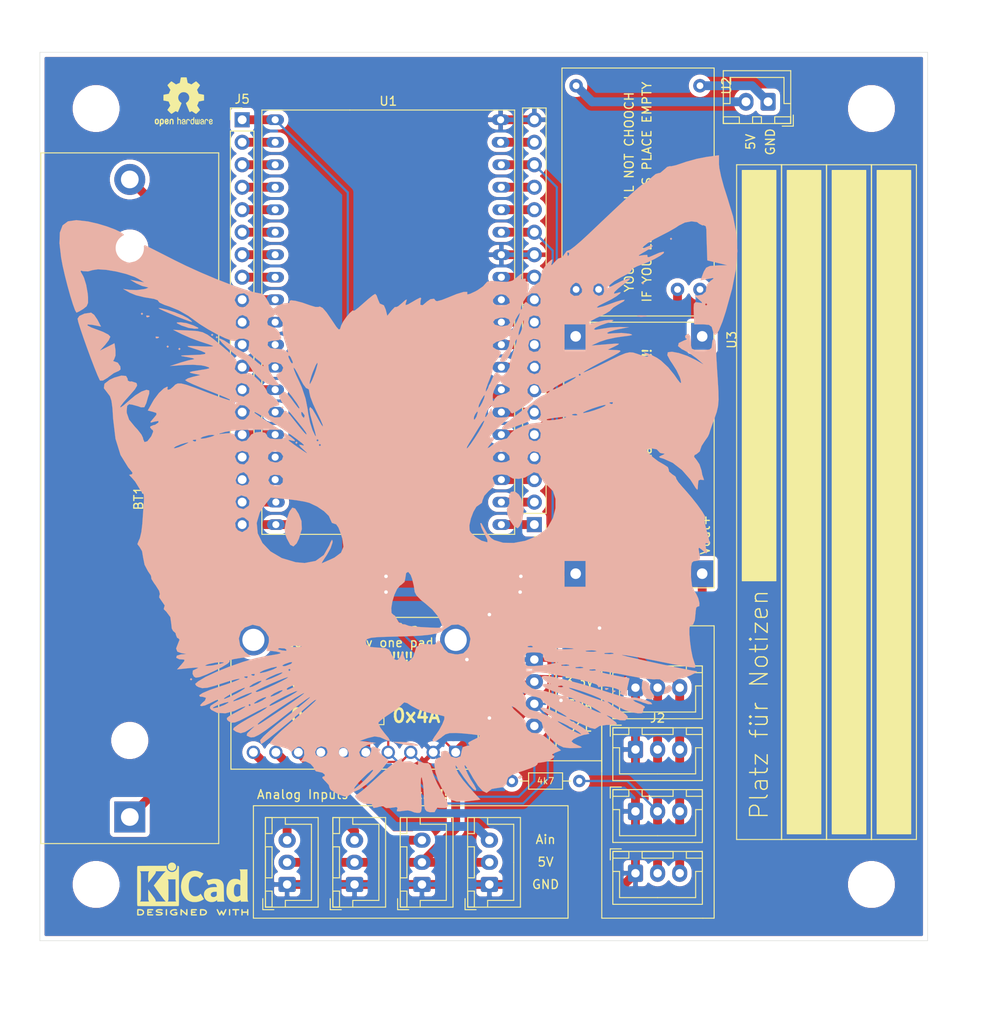
<source format=kicad_pcb>
(kicad_pcb (version 20171130) (host pcbnew "(5.1.8)-1")
  (layers (0 F.Cu signal) (31 B.Cu signal) (34 B.Paste user) (35 F.Paste user) (36 B.SilkS user) (37 F.SilkS user) (38 B.Mask user) (39 F.Mask user) (44 Edge.Cuts user))
  (net 0 "")
  (net 1 "Net-(A1-Pad6)")
  (net 2 "Net-(J1-Pad1)")
  (net 3 "Net-(J1-Pad2)")
  (net 4 "Net-(U2-Pad3)")
  (net 5 "Net-(U2-Pad4)")
  (net 6 "Net-(BT1-Pad2)")
  (net 7 "Net-(BT1-Pad1)")
  (net 8 GND)
  (net 9 /1wireData)
  (net 10 +3V3)
  (net 11 /I2C1scl)
  (net 12 /I2C1sda)
  (net 13 "Net-(J5-Pad2)")
  (net 14 "Net-(J5-Pad3)")
  (net 15 "Net-(J5-Pad4)")
  (net 16 "Net-(J5-Pad5)")
  (net 17 "Net-(J5-Pad6)")
  (net 18 "Net-(J5-Pad7)")
  (net 19 "Net-(J5-Pad8)")
  (net 20 "Net-(J5-Pad9)")
  (net 21 "Net-(J5-Pad10)")
  (net 22 "Net-(J5-Pad11)")
  (net 23 "Net-(J5-Pad12)")
  (net 24 "Net-(J5-Pad13)")
  (net 25 "Net-(J5-Pad14)")
  (net 26 "Net-(J5-Pad15)")
  (net 27 "Net-(J5-Pad16)")
  (net 28 "Net-(J5-Pad17)")
  (net 29 "Net-(J5-Pad18)")
  (net 30 "Net-(J6-Pad1)")
  (net 31 "Net-(J6-Pad2)")
  (net 32 "Net-(J6-Pad3)")
  (net 33 "Net-(J6-Pad4)")
  (net 34 "Net-(J6-Pad5)")
  (net 35 "Net-(J6-Pad6)")
  (net 36 "Net-(J6-Pad10)")
  (net 37 "Net-(J6-Pad11)")
  (net 38 "Net-(J6-Pad12)")
  (net 39 "Net-(J6-Pad15)")
  (net 40 "Net-(J6-Pad16)")
  (net 41 "Net-(J6-Pad18)")
  (net 42 +5V)
  (net 43 /A0)
  (net 44 /A1)
  (net 45 /A2)
  (net 46 /A3)
  (net 47 /ADDR)
  (net 48 "Net-(J6-Pad8)")
  (net 49 "Net-(J6-Pad9)")
  (module Garten:Tarbal_silk2 (layer B.Cu) (at 75.692 100.838 180)
    (fp_text reference G*** hide)
    (fp_text value LOGO hide)
  )
  (module Garten:Tarbal_solder (layer B.Cu) (at 75.946 101.092 180)
    (fp_text reference G*** hide)
    (fp_text value LOGO hide)
  )
  (module MountingHole:MountingHole_4.3mm_M4_DIN965 (layer F.Cu) (at 31.75 144.78)
    (fp_text reference REF** hide)
    (fp_text value MountingHole_4.3mm_M4_DIN965 hide)
    (pad 1 np_thru_hole circle (at 0 0) (size 4.3 4.3) (drill 4.3) (layers *.Cu *.Mask))
  )
  (module MountingHole:MountingHole_4.3mm_M4_DIN965 (layer F.Cu) (at 119.38 144.78)
    (fp_text reference REF** hide)
    (fp_text value MountingHole_4.3mm_M4_DIN965 hide)
    (pad 1 np_thru_hole circle (at 0 0) (size 4.3 4.3) (drill 4.3) (layers *.Cu *.Mask))
  )
  (module MountingHole:MountingHole_4.3mm_M4_DIN965 (layer F.Cu) (at 119.38 57.15)
    (fp_text reference REF** hide)
    (fp_text value MountingHole_4.3mm_M4_DIN965 hide)
    (pad 1 np_thru_hole circle (at 0 0) (size 4.3 4.3) (drill 4.3) (layers *.Cu *.Mask))
  )
  (module MountingHole:MountingHole_4.3mm_M4_DIN965 (layer F.Cu) (at 31.75 57.15)
    (fp_text reference REF** hide)
    (fp_text value MountingHole_4.3mm_M4_DIN965 hide)
    (pad 1 np_thru_hole circle (at 0 0) (size 4.3 4.3) (drill 4.3) (layers *.Cu *.Mask))
  )
  (module Symbol:KiCad-Logo2_5mm_SilkScreen (layer F.Cu) (at 42.672 145.288)
    (fp_text reference REF** hide)
    (fp_text value KiCad-Logo2_5mm_SilkScreen hide)
  )
  (module Symbol:OSHW-Logo2_7.3x6mm_SilkScreen (layer F.Cu) (at 41.656 56.388)
    (fp_text reference REF** hide)
    (fp_text value OSHW-Logo2_7.3x6mm_SilkScreen hide)
  )
  (module TS-Lib:MT3608 (layer F.Cu) (at 101.6 81.28 270)
    (fp_text reference U3 (at 2 -2 90) (layer F.SilkS))
    (fp_text value mt3608)
    (fp_text user Vout+ (at 24 1 90) (layer F.SilkS))
    (fp_text user Vin+ (at 5 1 90) (layer F.SilkS))
    (pad 4 thru_hole rect (at 28.4 1.35 270) (size 3 2.5) (drill 1.2) (layers *.Cu *.Mask) (net 42 +5V))
    (pad 3 thru_hole rect (at 28.4 15.65 270) (size 3 2.5) (drill 1.2) (layers *.Cu *.Mask) (net 8 GND))
    (pad 2 thru_hole rect (at 1.6 15.65 270) (size 3 2.5) (drill 1.2) (layers *.Cu *.Mask) (net 5 "Net-(U2-Pad4)"))
    (pad 1 thru_hole rect (at 1.6 1.35 270) (size 3 2.5) (drill 1.2) (layers *.Cu *.Mask) (net 4 "Net-(U2-Pad3)"))
  )
  (module TS-Lib:DIP-36_906_ELL (layer F.Cu) (at 64.77 80.01 270)
    (fp_text reference U1 (at -23.69 0) (layer F.SilkS))
    (fp_text value ESP32-NodeMCU)
    (pad 36 thru_hole oval (at -16.51 -12.7826 270) (size 1.2 2) (drill 0.8) (layers *.Cu *.Mask) (net 11 /I2C1scl))
    (pad 1 thru_hole oval (at -21.59 12.7826 270) (size 1.2 2) (drill 0.8) (layers *.Cu *.Mask) (net 10 +3V3))
    (pad 35 thru_hole oval (at -13.97 -12.7826 270) (size 1.2 2) (drill 0.8) (layers *.Cu *.Mask) (net 40 "Net-(J6-Pad16)"))
    (pad 2 thru_hole oval (at -19.05 12.7826 270) (size 1.2 2) (drill 0.8) (layers *.Cu *.Mask) (net 13 "Net-(J5-Pad2)"))
    (pad 34 thru_hole oval (at -11.43 -12.7826 270) (size 1.2 2) (drill 0.8) (layers *.Cu *.Mask) (net 39 "Net-(J6-Pad15)"))
    (pad 3 thru_hole oval (at -16.51 12.7826 270) (size 1.2 2) (drill 0.8) (layers *.Cu *.Mask) (net 14 "Net-(J5-Pad3)"))
    (pad 33 thru_hole oval (at -8.89 -12.7826 270) (size 1.2 2) (drill 0.8) (layers *.Cu *.Mask) (net 12 /I2C1sda))
    (pad 4 thru_hole oval (at -13.97 12.7826 270) (size 1.2 2) (drill 0.8) (layers *.Cu *.Mask) (net 15 "Net-(J5-Pad4)"))
    (pad 32 thru_hole oval (at -6.35 -12.7826 270) (size 1.2 2) (drill 0.8) (layers *.Cu *.Mask) (net 8 GND))
    (pad 5 thru_hole oval (at -11.43 12.7826 270) (size 1.2 2) (drill 0.8) (layers *.Cu *.Mask) (net 16 "Net-(J5-Pad5)"))
    (pad 31 thru_hole oval (at -3.81 -12.7826 270) (size 1.2 2) (drill 0.8) (layers *.Cu *.Mask) (net 38 "Net-(J6-Pad12)"))
    (pad 6 thru_hole oval (at -8.89 12.7826 270) (size 1.2 2) (drill 0.8) (layers *.Cu *.Mask) (net 17 "Net-(J5-Pad6)"))
    (pad 30 thru_hole oval (at -1.27 -12.7826 270) (size 1.2 2) (drill 0.8) (layers *.Cu *.Mask) (net 37 "Net-(J6-Pad11)"))
    (pad 7 thru_hole oval (at -6.35 12.7826 270) (size 1.2 2) (drill 0.8) (layers *.Cu *.Mask) (net 18 "Net-(J5-Pad7)"))
    (pad 29 thru_hole oval (at 1.27 -12.7826 270) (size 1.2 2) (drill 0.8) (layers *.Cu *.Mask) (net 36 "Net-(J6-Pad10)"))
    (pad 8 thru_hole oval (at -3.81 12.7826 270) (size 1.2 2) (drill 0.8) (layers *.Cu *.Mask) (net 19 "Net-(J5-Pad8)"))
    (pad 28 thru_hole oval (at 3.81 -12.7826 270) (size 1.2 2) (drill 0.8) (layers *.Cu *.Mask) (net 49 "Net-(J6-Pad9)"))
    (pad 9 thru_hole oval (at -1.27 12.7826 270) (size 1.2 2) (drill 0.8) (layers *.Cu *.Mask) (net 20 "Net-(J5-Pad9)"))
    (pad 27 thru_hole oval (at 6.35 -12.7826 270) (size 1.2 2) (drill 0.8) (layers *.Cu *.Mask) (net 48 "Net-(J6-Pad8)"))
    (pad 10 thru_hole oval (at 1.27 12.7826 270) (size 1.2 2) (drill 0.8) (layers *.Cu *.Mask) (net 21 "Net-(J5-Pad10)"))
    (pad 26 thru_hole oval (at 8.89 -12.7826 270) (size 1.2 2) (drill 0.8) (layers *.Cu *.Mask) (net 9 /1wireData))
    (pad 11 thru_hole oval (at 3.81 12.7826 270) (size 1.2 2) (drill 0.8) (layers *.Cu *.Mask) (net 22 "Net-(J5-Pad11)"))
    (pad 25 thru_hole oval (at 11.43 -12.7826 270) (size 1.2 2) (drill 0.8) (layers *.Cu *.Mask) (net 35 "Net-(J6-Pad6)"))
    (pad 12 thru_hole oval (at 6.35 12.7826 270) (size 1.2 2) (drill 0.8) (layers *.Cu *.Mask) (net 23 "Net-(J5-Pad12)"))
    (pad 24 thru_hole oval (at 13.97 -12.7826 270) (size 1.2 2) (drill 0.8) (layers *.Cu *.Mask) (net 34 "Net-(J6-Pad5)"))
    (pad 13 thru_hole oval (at 8.89 12.7826 270) (size 1.2 2) (drill 0.8) (layers *.Cu *.Mask) (net 24 "Net-(J5-Pad13)"))
    (pad 23 thru_hole oval (at 16.51 -12.7826 270) (size 1.2 2) (drill 0.8) (layers *.Cu *.Mask) (net 33 "Net-(J6-Pad4)"))
    (pad 14 thru_hole oval (at 11.43 12.7826 270) (size 1.2 2) (drill 0.8) (layers *.Cu *.Mask) (net 25 "Net-(J5-Pad14)"))
    (pad 22 thru_hole oval (at 19.05 -12.7826 270) (size 1.2 2) (drill 0.8) (layers *.Cu *.Mask) (net 32 "Net-(J6-Pad3)"))
    (pad 15 thru_hole oval (at 13.97 12.7826 270) (size 1.2 2) (drill 0.8) (layers *.Cu *.Mask) (net 26 "Net-(J5-Pad15)"))
    (pad 21 thru_hole oval (at 21.59 -12.7826 270) (size 1.2 2) (drill 0.8) (layers *.Cu *.Mask) (net 31 "Net-(J6-Pad2)"))
    (pad 16 thru_hole oval (at 16.51 12.7826 270) (size 1.2 2) (drill 0.8) (layers *.Cu *.Mask) (net 27 "Net-(J5-Pad16)"))
    (pad 20 thru_hole oval (at 24.13 -12.7826 270) (size 1.2 2) (drill 0.8) (layers *.Cu *.Mask) (net 30 "Net-(J6-Pad1)"))
    (pad 17 thru_hole oval (at 19.05 12.7826 270) (size 1.2 2) (drill 0.8) (layers *.Cu *.Mask) (net 28 "Net-(J5-Pad17)"))
    (pad 37 thru_hole oval (at -19.05 -12.7 270) (size 1.2 2) (drill 0.8) (layers *.Cu *.Mask) (net 41 "Net-(J6-Pad18)"))
    (pad 18 thru_hole oval (at 21.59 12.7 270) (size 1.2 2) (drill 0.8) (layers *.Cu *.Mask) (net 29 "Net-(J5-Pad18)"))
    (pad 19 thru_hole oval (at 24.13 12.7 270) (size 1.2 2) (drill 0.8) (layers *.Cu *.Mask) (net 42 +5V))
    (pad 38 thru_hole oval (at -21.59 -12.7 270) (size 1.2 2) (drill 0.8) (layers *.Cu *.Mask) (net 8 GND))
  )
  (module ADS1115:MODULE_1085 (layer F.Cu) (at 60.96 123.19)
    (fp_text reference A1 (at -10.795 -9.6895) (layer F.SilkS) (effects (font (thickness 0.015))))
    (fp_text value ADS1115_ADC_Module)
    (pad 1 thru_hole rect (at 11.43 6.6675) (size 1.508 1.508) (drill 1) (layers *.Cu *.Mask) (net 42 +5V))
    (pad 2 thru_hole circle (at 8.89 6.6675) (size 1.508 1.508) (drill 1) (layers *.Cu *.Mask) (net 8 GND))
    (pad 3 thru_hole circle (at 6.35 6.6675) (size 1.508 1.508) (drill 1) (layers *.Cu *.Mask) (net 11 /I2C1scl))
    (pad 4 thru_hole circle (at 3.81 6.6675) (size 1.508 1.508) (drill 1) (layers *.Cu *.Mask) (net 12 /I2C1sda))
    (pad 5 thru_hole circle (at 1.27 6.6675) (size 1.508 1.508) (drill 1) (layers *.Cu *.Mask) (net 47 /ADDR))
    (pad 6 thru_hole circle (at -1.27 6.6675) (size 1.508 1.508) (drill 1) (layers *.Cu *.Mask) (net 1 "Net-(A1-Pad6)"))
    (pad 7 thru_hole circle (at -3.81 6.6675) (size 1.508 1.508) (drill 1) (layers *.Cu *.Mask) (net 43 /A0))
    (pad 8 thru_hole circle (at -6.35 6.6675) (size 1.508 1.508) (drill 1) (layers *.Cu *.Mask) (net 44 /A1))
    (pad 9 thru_hole circle (at -8.89 6.6675) (size 1.508 1.508) (drill 1) (layers *.Cu *.Mask) (net 45 /A2))
    (pad 10 thru_hole circle (at -11.43 6.6675) (size 1.508 1.508) (drill 1) (layers *.Cu *.Mask) (net 46 /A3))
    (pad P1 thru_hole circle (at -11.43 -6.0325) (size 3.516 3.516) (drill 2.5) (layers *.Cu *.Mask))
    (pad P2 thru_hole circle (at 11.43 -6.0325) (size 3.516 3.516) (drill 2.5) (layers *.Cu *.Mask))
  )
  (module Battery:BatteryHolder_MPD_BH-18650-PC2 (layer F.Cu) (at 35.56 137.16 90)
    (fp_text reference BT1 (at 36 1 90) (layer F.SilkS))
    (fp_text value BATTERY-18650)
    (pad 2 thru_hole circle (at 72 0 90) (size 3.5 3.5) (drill 2) (layers *.Cu *.Mask) (net 6 "Net-(BT1-Pad2)"))
    (pad 1 thru_hole rect (at 0 0 90) (size 3.5 3.5) (drill 2) (layers *.Cu *.Mask) (net 7 "Net-(BT1-Pad1)"))
    (pad "" np_thru_hole circle (at 8.645 0 90) (size 3.2 3.2) (drill 3.2) (layers *.Cu *.Mask))
    (pad "" np_thru_hole circle (at 64.255 0 90) (size 3.2 3.2) (drill 3.2) (layers *.Cu *.Mask))
  )
  (module TS-Lib:tp4056 (layer F.Cu) (at 101.6 52.578 270)
    (fp_text reference U2 (at 2 -1.4 90) (layer F.SilkS))
    (fp_text value TP4056)
    (fp_text user "IF YOU LEAVE THIS PLACE EMPTY" (at 14 7.6 90) (layer F.SilkS))
    (fp_text user "YOUR LIPO WILL NOT CHOOCH" (at 14 9.6 90) (layer F.SilkS))
    (pad 1 thru_hole circle (at 2 1.6 270) (size 1.524 1.524) (drill 0.762) (layers *.Cu *.Mask) (net 2 "Net-(J1-Pad1)"))
    (pad 2 thru_hole circle (at 2 15.6 270) (size 1.524 1.524) (drill 0.762) (layers *.Cu *.Mask) (net 3 "Net-(J1-Pad2)"))
    (pad 3 thru_hole circle (at 25 1.6 270) (size 1.524 1.524) (drill 0.762) (layers *.Cu *.Mask) (net 4 "Net-(U2-Pad3)"))
    (pad 4 thru_hole circle (at 25 15.6 270) (size 1.524 1.524) (drill 0.762) (layers *.Cu *.Mask) (net 5 "Net-(U2-Pad4)"))
    (pad 5 thru_hole circle (at 25 13.06 270) (size 1.524 1.524) (drill 0.762) (layers *.Cu *.Mask) (net 6 "Net-(BT1-Pad2)"))
    (pad 6 thru_hole circle (at 25 4.14 270) (size 1.524 1.524) (drill 0.762) (layers *.Cu *.Mask) (net 7 "Net-(BT1-Pad1)"))
  )
  (module Resistor_THT:R_Axial_DIN0204_L3.6mm_D1.6mm_P7.62mm_Horizontal (layer F.Cu) (at 86.36 133.096 180)
    (fp_text reference R1 hide)
    (fp_text value 4k7)
    (fp_text user 4k7 (at 3.81 0) (layer F.SilkS) (effects (font (size 0.72 0.72) (thickness 0.108))))
    (pad 1 thru_hole circle (at 0 0 180) (size 1.4 1.4) (drill 0.7) (layers *.Cu *.Mask) (net 9 /1wireData))
    (pad 2 thru_hole oval (at 7.62 0 180) (size 1.4 1.4) (drill 0.7) (layers *.Cu *.Mask) (net 10 +3V3))
  )
  (module Connector_PinHeader_2.54mm:PinHeader_1x19_P2.54mm_Vertical (layer F.Cu) (at 81.28 104.14 180)
    (fp_text reference J6 (at 0 -2.33) (layer F.SilkS))
    (fp_text value Conn_01x19)
    (pad 1 thru_hole rect (at 0 0 180) (size 1.7 1.7) (drill 1) (layers *.Cu *.Mask) (net 30 "Net-(J6-Pad1)"))
    (pad 2 thru_hole oval (at 0 2.54 180) (size 1.7 1.7) (drill 1) (layers *.Cu *.Mask) (net 31 "Net-(J6-Pad2)"))
    (pad 3 thru_hole oval (at 0 5.08 180) (size 1.7 1.7) (drill 1) (layers *.Cu *.Mask) (net 32 "Net-(J6-Pad3)"))
    (pad 4 thru_hole oval (at 0 7.62 180) (size 1.7 1.7) (drill 1) (layers *.Cu *.Mask) (net 33 "Net-(J6-Pad4)"))
    (pad 5 thru_hole oval (at 0 10.16 180) (size 1.7 1.7) (drill 1) (layers *.Cu *.Mask) (net 34 "Net-(J6-Pad5)"))
    (pad 6 thru_hole oval (at 0 12.7 180) (size 1.7 1.7) (drill 1) (layers *.Cu *.Mask) (net 35 "Net-(J6-Pad6)"))
    (pad 7 thru_hole oval (at 0 15.24 180) (size 1.7 1.7) (drill 1) (layers *.Cu *.Mask) (net 9 /1wireData))
    (pad 8 thru_hole oval (at 0 17.78 180) (size 1.7 1.7) (drill 1) (layers *.Cu *.Mask) (net 48 "Net-(J6-Pad8)"))
    (pad 9 thru_hole oval (at 0 20.32 180) (size 1.7 1.7) (drill 1) (layers *.Cu *.Mask) (net 49 "Net-(J6-Pad9)"))
    (pad 10 thru_hole oval (at 0 22.86 180) (size 1.7 1.7) (drill 1) (layers *.Cu *.Mask) (net 36 "Net-(J6-Pad10)"))
    (pad 11 thru_hole oval (at 0 25.4 180) (size 1.7 1.7) (drill 1) (layers *.Cu *.Mask) (net 37 "Net-(J6-Pad11)"))
    (pad 12 thru_hole oval (at 0 27.94 180) (size 1.7 1.7) (drill 1) (layers *.Cu *.Mask) (net 38 "Net-(J6-Pad12)"))
    (pad 13 thru_hole oval (at 0 30.48 180) (size 1.7 1.7) (drill 1) (layers *.Cu *.Mask) (net 8 GND))
    (pad 14 thru_hole oval (at 0 33.02 180) (size 1.7 1.7) (drill 1) (layers *.Cu *.Mask) (net 12 /I2C1sda))
    (pad 15 thru_hole oval (at 0 35.56 180) (size 1.7 1.7) (drill 1) (layers *.Cu *.Mask) (net 39 "Net-(J6-Pad15)"))
    (pad 16 thru_hole oval (at 0 38.1 180) (size 1.7 1.7) (drill 1) (layers *.Cu *.Mask) (net 40 "Net-(J6-Pad16)"))
    (pad 17 thru_hole oval (at 0 40.64 180) (size 1.7 1.7) (drill 1) (layers *.Cu *.Mask) (net 11 /I2C1scl))
    (pad 18 thru_hole oval (at 0 43.18 180) (size 1.7 1.7) (drill 1) (layers *.Cu *.Mask) (net 41 "Net-(J6-Pad18)"))
    (pad 19 thru_hole oval (at 0 45.72 180) (size 1.7 1.7) (drill 1) (layers *.Cu *.Mask) (net 8 GND))
  )
  (module Connector_PinHeader_2.54mm:PinHeader_1x19_P2.54mm_Vertical (layer F.Cu) (at 48.26 58.42)
    (fp_text reference J5 (at 0 -2.33) (layer F.SilkS))
    (fp_text value Conn_01x19)
    (pad 1 thru_hole rect (at 0 0) (size 1.7 1.7) (drill 1) (layers *.Cu *.Mask) (net 10 +3V3))
    (pad 2 thru_hole oval (at 0 2.54) (size 1.7 1.7) (drill 1) (layers *.Cu *.Mask) (net 13 "Net-(J5-Pad2)"))
    (pad 3 thru_hole oval (at 0 5.08) (size 1.7 1.7) (drill 1) (layers *.Cu *.Mask) (net 14 "Net-(J5-Pad3)"))
    (pad 4 thru_hole oval (at 0 7.62) (size 1.7 1.7) (drill 1) (layers *.Cu *.Mask) (net 15 "Net-(J5-Pad4)"))
    (pad 5 thru_hole oval (at 0 10.16) (size 1.7 1.7) (drill 1) (layers *.Cu *.Mask) (net 16 "Net-(J5-Pad5)"))
    (pad 6 thru_hole oval (at 0 12.7) (size 1.7 1.7) (drill 1) (layers *.Cu *.Mask) (net 17 "Net-(J5-Pad6)"))
    (pad 7 thru_hole oval (at 0 15.24) (size 1.7 1.7) (drill 1) (layers *.Cu *.Mask) (net 18 "Net-(J5-Pad7)"))
    (pad 8 thru_hole oval (at 0 17.78) (size 1.7 1.7) (drill 1) (layers *.Cu *.Mask) (net 19 "Net-(J5-Pad8)"))
    (pad 9 thru_hole oval (at 0 20.32) (size 1.7 1.7) (drill 1) (layers *.Cu *.Mask) (net 20 "Net-(J5-Pad9)"))
    (pad 10 thru_hole oval (at 0 22.86) (size 1.7 1.7) (drill 1) (layers *.Cu *.Mask) (net 21 "Net-(J5-Pad10)"))
    (pad 11 thru_hole oval (at 0 25.4) (size 1.7 1.7) (drill 1) (layers *.Cu *.Mask) (net 22 "Net-(J5-Pad11)"))
    (pad 12 thru_hole oval (at 0 27.94) (size 1.7 1.7) (drill 1) (layers *.Cu *.Mask) (net 23 "Net-(J5-Pad12)"))
    (pad 13 thru_hole oval (at 0 30.48) (size 1.7 1.7) (drill 1) (layers *.Cu *.Mask) (net 24 "Net-(J5-Pad13)"))
    (pad 14 thru_hole oval (at 0 33.02) (size 1.7 1.7) (drill 1) (layers *.Cu *.Mask) (net 25 "Net-(J5-Pad14)"))
    (pad 15 thru_hole oval (at 0 35.56) (size 1.7 1.7) (drill 1) (layers *.Cu *.Mask) (net 26 "Net-(J5-Pad15)"))
    (pad 16 thru_hole oval (at 0 38.1) (size 1.7 1.7) (drill 1) (layers *.Cu *.Mask) (net 27 "Net-(J5-Pad16)"))
    (pad 17 thru_hole oval (at 0 40.64) (size 1.7 1.7) (drill 1) (layers *.Cu *.Mask) (net 28 "Net-(J5-Pad17)"))
    (pad 18 thru_hole oval (at 0 43.18) (size 1.7 1.7) (drill 1) (layers *.Cu *.Mask) (net 29 "Net-(J5-Pad18)"))
    (pad 19 thru_hole oval (at 0 45.72) (size 1.7 1.7) (drill 1) (layers *.Cu *.Mask) (net 42 +5V))
  )
  (module Connector_JST:JST_XH_B3B-XH-A_1x03_P2.50mm_Vertical (layer F.Cu) (at 76.2 144.78 90)
    (fp_text reference J7 hide)
    (fp_text value Conn_01x03)
    (pad 1 thru_hole roundrect (at 0 0 90) (size 1.7 1.95) (drill 0.95) (layers *.Cu *.Mask) (roundrect_rratio 0.1470588235294118) (net 8 GND))
    (pad 2 thru_hole oval (at 2.5 0 90) (size 1.7 1.95) (drill 0.95) (layers *.Cu *.Mask) (net 42 +5V))
    (pad 3 thru_hole oval (at 5 0 90) (size 1.7 1.95) (drill 0.95) (layers *.Cu *.Mask) (net 43 /A0))
  )
  (module Connector_JST:JST_XH_B3B-XH-A_1x03_P2.50mm_Vertical (layer F.Cu) (at 68.58 144.78 90)
    (fp_text reference J8 hide)
    (fp_text value Conn_01x03)
    (pad 3 thru_hole oval (at 5 0 90) (size 1.7 1.95) (drill 0.95) (layers *.Cu *.Mask) (net 44 /A1))
    (pad 2 thru_hole oval (at 2.5 0 90) (size 1.7 1.95) (drill 0.95) (layers *.Cu *.Mask) (net 42 +5V))
    (pad 1 thru_hole roundrect (at 0 0 90) (size 1.7 1.95) (drill 0.95) (layers *.Cu *.Mask) (roundrect_rratio 0.1470588235294118) (net 8 GND))
  )
  (module Connector_JST:JST_XH_B3B-XH-A_1x03_P2.50mm_Vertical (layer F.Cu) (at 60.96 144.78 90)
    (fp_text reference J9 hide)
    (fp_text value Conn_01x03)
    (pad 1 thru_hole roundrect (at 0 0 90) (size 1.7 1.95) (drill 0.95) (layers *.Cu *.Mask) (roundrect_rratio 0.1470588235294118) (net 8 GND))
    (pad 2 thru_hole oval (at 2.5 0 90) (size 1.7 1.95) (drill 0.95) (layers *.Cu *.Mask) (net 42 +5V))
    (pad 3 thru_hole oval (at 5 0 90) (size 1.7 1.95) (drill 0.95) (layers *.Cu *.Mask) (net 45 /A2))
  )
  (module Connector_JST:JST_XH_B3B-XH-A_1x03_P2.50mm_Vertical (layer F.Cu) (at 53.34 144.78 90)
    (fp_text reference J10 hide)
    (fp_text value Conn_01x03)
    (pad 3 thru_hole oval (at 5 0 90) (size 1.7 1.95) (drill 0.95) (layers *.Cu *.Mask) (net 46 /A3))
    (pad 2 thru_hole oval (at 2.5 0 90) (size 1.7 1.95) (drill 0.95) (layers *.Cu *.Mask) (net 42 +5V))
    (pad 1 thru_hole roundrect (at 0 0 90) (size 1.7 1.95) (drill 0.95) (layers *.Cu *.Mask) (roundrect_rratio 0.1470588235294118) (net 8 GND))
  )
  (module Jumper:SolderJumper-3_P1.3mm_Open_Pad1.0x1.5mm (layer F.Cu) (at 62.23 121.92)
    (fp_text reference JP1 hide)
    (fp_text value SolderJumper_3_Open)
    (pad 1 smd rect (at -1.3 0) (size 1 1.5) (layers F.Cu F.Mask) (net 8 GND))
    (pad 2 smd rect (at 0 0) (size 1 1.5) (layers F.Cu F.Mask) (net 47 /ADDR))
    (pad 3 smd rect (at 1.3 0) (size 1 1.5) (layers F.Cu F.Mask) (net 42 +5V))
  )
  (module Jumper:SolderJumper-3_P1.3mm_Open_Pad1.0x1.5mm (layer F.Cu) (at 62.23 125.73)
    (fp_text reference JP2 hide)
    (fp_text value SolderJumper_3_Open)
    (pad 3 smd rect (at 1.3 0) (size 1 1.5) (layers F.Cu F.Mask) (net 12 /I2C1sda))
    (pad 2 smd rect (at 0 0) (size 1 1.5) (layers F.Cu F.Mask) (net 47 /ADDR))
    (pad 1 smd rect (at -1.3 0) (size 1 1.5) (layers F.Cu F.Mask) (net 11 /I2C1scl))
  )
  (module Connector_JST:JST_XH_B4B-XH-A_1x04_P2.50mm_Vertical (layer F.Cu) (at 81.28 119.38 270)
    (fp_text reference J11 hide)
    (fp_text value Conn_01x04)
    (pad 1 thru_hole roundrect (at 0 0 270) (size 1.7 1.95) (drill 0.95) (layers *.Cu *.Mask) (roundrect_rratio 0.1470588235294118) (net 8 GND))
    (pad 2 thru_hole oval (at 2.5 0 270) (size 1.7 1.95) (drill 0.95) (layers *.Cu *.Mask) (net 10 +3V3))
    (pad 3 thru_hole oval (at 5 0 270) (size 1.7 1.95) (drill 0.95) (layers *.Cu *.Mask) (net 12 /I2C1sda))
    (pad 4 thru_hole oval (at 7.5 0 270) (size 1.7 1.95) (drill 0.95) (layers *.Cu *.Mask) (net 11 /I2C1scl))
  )
  (module Connector_JST:JST_XH_B3B-XH-A_1x03_P2.50mm_Vertical (layer F.Cu) (at 92.71 122.555)
    (fp_text reference J12 hide)
    (fp_text value Conn_01x03)
    (pad 1 thru_hole roundrect (at 0 0) (size 1.7 1.95) (drill 0.95) (layers *.Cu *.Mask) (roundrect_rratio 0.1470588235294118) (net 8 GND))
    (pad 2 thru_hole oval (at 2.5 0) (size 1.7 1.95) (drill 0.95) (layers *.Cu *.Mask) (net 9 /1wireData))
    (pad 3 thru_hole oval (at 5 0) (size 1.7 1.95) (drill 0.95) (layers *.Cu *.Mask) (net 10 +3V3))
  )
  (module Connector_JST:JST_XH_B3B-XH-A_1x03_P2.50mm_Vertical (layer F.Cu) (at 92.71 129.54)
    (fp_text reference J2 (at 2.5 -3.55) (layer F.SilkS))
    (fp_text value Conn_01x03)
    (pad 1 thru_hole roundrect (at 0 0) (size 1.7 1.95) (drill 0.95) (layers *.Cu *.Mask) (roundrect_rratio 0.1470588235294118) (net 8 GND))
    (pad 2 thru_hole oval (at 2.5 0) (size 1.7 1.95) (drill 0.95) (layers *.Cu *.Mask) (net 9 /1wireData))
    (pad 3 thru_hole oval (at 5 0) (size 1.7 1.95) (drill 0.95) (layers *.Cu *.Mask) (net 10 +3V3))
  )
  (module Connector_JST:JST_XH_B3B-XH-A_1x03_P2.50mm_Vertical (layer F.Cu) (at 92.71 136.525)
    (fp_text reference J3 hide)
    (fp_text value Conn_01x03)
    (pad 3 thru_hole oval (at 5 0) (size 1.7 1.95) (drill 0.95) (layers *.Cu *.Mask) (net 10 +3V3))
    (pad 2 thru_hole oval (at 2.5 0) (size 1.7 1.95) (drill 0.95) (layers *.Cu *.Mask) (net 9 /1wireData))
    (pad 1 thru_hole roundrect (at 0 0) (size 1.7 1.95) (drill 0.95) (layers *.Cu *.Mask) (roundrect_rratio 0.1470588235294118) (net 8 GND))
  )
  (module Connector_JST:JST_XH_B3B-XH-A_1x03_P2.50mm_Vertical (layer F.Cu) (at 92.71 143.51)
    (fp_text reference J4 hide)
    (fp_text value Conn_01x03)
    (pad 1 thru_hole roundrect (at 0 0) (size 1.7 1.95) (drill 0.95) (layers *.Cu *.Mask) (roundrect_rratio 0.1470588235294118) (net 8 GND))
    (pad 2 thru_hole oval (at 2.5 0) (size 1.7 1.95) (drill 0.95) (layers *.Cu *.Mask) (net 9 /1wireData))
    (pad 3 thru_hole oval (at 5 0) (size 1.7 1.95) (drill 0.95) (layers *.Cu *.Mask) (net 10 +3V3))
  )
  (module Connector_JST:JST_XH_B2B-XH-A_1x02_P2.50mm_Vertical (layer F.Cu) (at 107.696 56.388 180)
    (fp_text reference J1 hide)
    (fp_text value Conn_01x02)
    (pad 1 thru_hole roundrect (at 0 0 180) (size 1.7 2) (drill 1) (layers *.Cu *.Mask) (roundrect_rratio 0.1470588235294118) (net 2 "Net-(J1-Pad1)"))
    (pad 2 thru_hole oval (at 2.5 0 180) (size 1.7 2) (drill 1) (layers *.Cu *.Mask) (net 3 "Net-(J1-Pad2)"))
  )
  (gr_line (start 104.14 63.5) (end 104.14 139.7) (layer F.SilkS) (width 0.12))
  (gr_text "Adjust you MT3608\nto 5V before installing it here!!!!" (at 93.218 96.774 90) (layer F.SilkS) (effects (font (size 1 1))))
  (gr_text I2C (at 78.74 114.3) (layer F.SilkS) (effects (font (size 1 1))))
  (gr_poly (pts (xy 108.585 110.49) (xy 104.775 110.49) (xy 104.775 64.135) (xy 108.585 64.135)) (layer F.SilkS) (width 0.1))
  (gr_poly (pts (xy 123.825 139.065) (xy 120.015 139.065) (xy 120.015 64.135) (xy 123.825 64.135)) (layer F.SilkS) (width 0.1))
  (gr_poly (pts (xy 118.745 139.065) (xy 114.935 139.065) (xy 114.935 64.135) (xy 118.745 64.135)) (layer F.SilkS) (width 0.1))
  (gr_poly (pts (xy 113.665 139.065) (xy 109.855 139.065) (xy 109.855 64.135) (xy 113.665 64.135)) (layer F.SilkS) (width 0.1))
  (gr_text "Platz für Notizen" (at 106.68 124.46 90) (layer F.SilkS) (effects (font (size 2 2))))
  (gr_line (start 104.14 139.7) (end 119.38 139.7) (layer F.SilkS) (width 0.12))
  (gr_line (start 109.22 63.5) (end 104.14 63.5) (layer F.SilkS) (width 0.12))
  (gr_line (start 124.46 63.5) (end 109.22 63.5) (layer F.SilkS) (width 0.12))
  (gr_line (start 124.46 139.7) (end 124.46 63.5) (layer F.SilkS) (width 0.12))
  (gr_line (start 119.38 139.7) (end 124.46 139.7) (layer F.SilkS) (width 0.12))
  (gr_line (start 119.38 139.7) (end 119.38 63.5) (layer F.SilkS) (width 0.15))
  (gr_line (start 114.3 139.7) (end 114.3 63.5) (layer F.SilkS) (width 0.15))
  (gr_line (start 109.22 139.7) (end 109.22 63.5) (layer F.SilkS) (width 0.15))
  (gr_text 0x4B (at 56.515 125.73) (layer F.SilkS) (effects (font (size 1.5 1.5) (thickness 0.3))))
  (gr_text 0x4A (at 67.945 125.73) (layer F.SilkS) (effects (font (size 1.5 1.5) (thickness 0.3))))
  (gr_text 0x49 (at 67.945 121.92) (layer F.SilkS) (effects (font (size 1.5 1.5) (thickness 0.3))))
  (gr_text 0x48 (at 56.515 121.92) (layer F.SilkS) (effects (font (size 1.5 1.5) (thickness 0.3))))
  (gr_text GND (at 107.95 60.916 90) (layer F.SilkS) (effects (font (size 1 1))))
  (gr_text 5V (at 105.72 60.916 90) (layer F.SilkS) (effects (font (size 1 1))))
  (gr_line (start 76.2 130.81) (end 76.2 115.57) (layer F.SilkS) (width 0.12))
  (gr_line (start 88.9 130.81) (end 76.2 130.81) (layer F.SilkS) (width 0.12))
  (gr_line (start 88.9 116.84) (end 88.9 132.08) (layer F.SilkS) (width 0.12))
  (gr_line (start 76.2 115.57) (end 88.9 115.57) (layer F.SilkS) (width 0.12))
  (gr_text SCL (at 86.36 127) (layer F.SilkS) (effects (font (size 1 1))))
  (gr_text SDA (at 86.36 124.46) (layer F.SilkS) (effects (font (size 1 1))))
  (gr_text 3.3V (at 86.36 121.92) (layer F.SilkS) (effects (font (size 1 1))))
  (gr_text GND (at 86.36 119.38) (layer F.SilkS) (effects (font (size 1 1))))
  (gr_line (start 101.6 115.57) (end 101.6 119.38) (layer F.SilkS) (width 0.12))
  (gr_line (start 88.9 115.57) (end 101.6 115.57) (layer F.SilkS) (width 0.12))
  (gr_line (start 88.9 119.38) (end 88.9 115.57) (layer F.SilkS) (width 0.12))
  (gr_line (start 101.6 148.59) (end 101.6 119.38) (layer F.SilkS) (width 0.12))
  (gr_line (start 100.33 148.59) (end 101.6 148.59) (layer F.SilkS) (width 0.12))
  (gr_text "Address selection\nconnect only one pad\nto center !!!!!!!!!" (at 61.595 117.475) (layer F.SilkS) (effects (font (size 1 1))))
  (gr_text "Analog Inputs - 5V max!!!!!!!" (at 60.96 134.62) (layer F.SilkS) (effects (font (size 1 1))))
  (gr_line (start 49.53 148.59) (end 49.53 135.89) (layer F.SilkS) (width 0.12))
  (gr_line (start 85.09 148.59) (end 49.53 148.59) (layer F.SilkS) (width 0.12))
  (gr_line (start 85.09 135.89) (end 85.09 148.59) (layer F.SilkS) (width 0.12))
  (gr_line (start 49.53 135.89) (end 85.09 135.89) (layer F.SilkS) (width 0.12))
  (gr_text GND (at 82.55 144.78) (layer F.SilkS) (effects (font (size 1 1))))
  (gr_text 5V (at 82.55 142.24) (layer F.SilkS) (effects (font (size 1 1))))
  (gr_text Ain (at 82.55 139.7) (layer F.SilkS) (effects (font (size 1 1))))
  (gr_text 3.3V (at 97.79 117.475 90) (layer F.SilkS) (effects (font (size 1 1))))
  (gr_text DATA (at 95.25 117.475 90) (layer F.SilkS) (effects (font (size 1 1))))
  (gr_text GND (at 92.71 117.475 90) (layer F.SilkS) (effects (font (size 1 1))))
  (gr_text DS18B20 (at 92.075 114.3) (layer F.SilkS) (effects (font (size 1 1))))
  (gr_line (start 88.9 119.38) (end 88.9 123.19) (layer F.SilkS) (width 0.12))
  (gr_line (start 88.9 148.59) (end 100.33 148.59) (layer F.SilkS) (width 0.12))
  (gr_line (start 88.9 123.19) (end 88.9 148.59) (layer F.SilkS) (width 0.12))
  (gr_line (start 125.73 50.8) (end 25.4 50.8) (layer Edge.Cuts) (width 0.05))
  (gr_line (start 125.73 151.13) (end 125.73 50.8) (layer Edge.Cuts) (width 0.05))
  (gr_line (start 25.4 151.13) (end 125.73 151.13) (layer Edge.Cuts) (width 0.05))
  (gr_line (start 25.4 50.8) (end 25.4 151.13) (layer Edge.Cuts) (width 0.05))
  (segment (start 105.886 54.578) (end 100 54.578) (width 1) (layer B.Cu) (net 2))
  (segment (start 107.696 56.388) (end 105.886 54.578) (width 1) (layer B.Cu) (net 2))
  (segment (start 87.81 56.388) (end 86 54.578) (width 1) (layer B.Cu) (net 3))
  (segment (start 105.196 56.388) (end 87.81 56.388) (width 1) (layer B.Cu) (net 3))
  (segment (start 100 82.63) (end 100.25 82.88) (width 1) (layer B.Cu) (net 4))
  (segment (start 100 77.578) (end 100 82.63) (width 1) (layer B.Cu) (net 4))
  (segment (start 86 82.83) (end 85.95 82.88) (width 1) (layer B.Cu) (net 5))
  (segment (start 86 77.578) (end 86 82.83) (width 1) (layer B.Cu) (net 5))
  (segment (start 51.208728 109.982) (end 64.516 109.982) (width 1) (layer F.Cu) (net 6))
  (segment (start 41.656 100.429272) (end 51.208728 109.982) (width 1) (layer F.Cu) (net 6))
  (segment (start 41.656 71.256) (end 41.656 100.429272) (width 1) (layer F.Cu) (net 6))
  (segment (start 35.56 65.16) (end 41.656 71.256) (width 1) (layer F.Cu) (net 6))
  (via (at 64.516 109.982) (size 0.8) (drill 0.4) (layers F.Cu B.Cu) (net 6))
  (segment (start 64.516 109.982) (end 79.756 109.982) (width 1) (layer B.Cu) (net 6))
  (via (at 79.756 109.982) (size 0.8) (drill 0.4) (layers F.Cu B.Cu) (net 6))
  (segment (start 88.54 101.198) (end 88.54 77.578) (width 1) (layer F.Cu) (net 6))
  (segment (start 79.756 109.982) (end 88.54 101.198) (width 1) (layer F.Cu) (net 6))
  (via (at 64.516 111.76) (size 0.8) (drill 0.4) (layers F.Cu B.Cu) (net 7))
  (via (at 79.675084 111.76) (size 0.8) (drill 0.4) (layers F.Cu B.Cu) (net 7))
  (segment (start 64.516 111.76) (end 79.675084 111.76) (width 1) (layer B.Cu) (net 7))
  (segment (start 97.46 77.578) (end 97.46 93.975084) (width 1) (layer F.Cu) (net 7))
  (segment (start 97.46 93.975084) (end 79.675084 111.76) (width 1) (layer F.Cu) (net 7))
  (segment (start 46.99 111.76) (end 64.516 111.76) (width 1) (layer F.Cu) (net 7))
  (segment (start 42.672 116.078) (end 46.99 111.76) (width 1) (layer F.Cu) (net 7))
  (segment (start 42.672 130.048) (end 42.672 116.078) (width 1) (layer F.Cu) (net 7))
  (segment (start 35.56 137.16) (end 42.672 130.048) (width 1) (layer F.Cu) (net 7))
  (segment (start 68.58 144.78) (end 60.96 144.78) (width 1) (layer F.Cu) (net 8))
  (segment (start 60.96 144.78) (end 53.34 144.78) (width 1) (layer F.Cu) (net 8))
  (segment (start 68.58 144.78) (end 76.2 144.78) (width 1) (layer F.Cu) (net 8))
  (segment (start 81.28 73.66) (end 77.5526 73.66) (width 1) (layer F.Cu) (net 8))
  (segment (start 81.28 58.42) (end 77.47 58.42) (width 1) (layer F.Cu) (net 8))
  (segment (start 92.71 122.555) (end 92.71 129.54) (width 1) (layer F.Cu) (net 8))
  (segment (start 92.71 129.54) (end 92.71 136.525) (width 1) (layer F.Cu) (net 8))
  (segment (start 92.71 143.51) (end 92.71 136.525) (width 1) (layer F.Cu) (net 8))
  (segment (start 91.44 144.78) (end 92.71 143.51) (width 1) (layer F.Cu) (net 8))
  (segment (start 76.2 144.78) (end 91.44 144.78) (width 1) (layer F.Cu) (net 8))
  (segment (start 68.32099 131.38651) (end 69.85 129.8575) (width 0.25) (layer F.Cu) (net 8))
  (segment (start 59.622088 131.38651) (end 68.32099 131.38651) (width 0.25) (layer F.Cu) (net 8))
  (segment (start 58.610999 130.375421) (end 59.622088 131.38651) (width 0.25) (layer F.Cu) (net 8))
  (segment (start 58.610999 124.239001) (end 58.610999 130.375421) (width 0.25) (layer F.Cu) (net 8))
  (segment (start 60.93 121.92) (end 58.610999 124.239001) (width 0.25) (layer F.Cu) (net 8))
  (segment (start 92.71 121.666) (end 92.71 122.555) (width 1) (layer B.Cu) (net 8))
  (segment (start 85.921989 114.877989) (end 92.71 121.666) (width 1) (layer B.Cu) (net 8))
  (segment (start 85.921989 109.708011) (end 85.921989 114.877989) (width 1) (layer B.Cu) (net 8))
  (segment (start 85.95 109.68) (end 85.921989 109.708011) (width 1) (layer B.Cu) (net 8))
  (segment (start 95.21 122.555) (end 95.21 129.54) (width 1) (layer F.Cu) (net 9))
  (segment (start 95.21 129.54) (end 95.21 136.525) (width 1) (layer F.Cu) (net 9))
  (segment (start 95.21 136.525) (end 95.21 143.51) (width 1) (layer F.Cu) (net 9))
  (segment (start 81.28 88.9) (end 77.5526 88.9) (width 1) (layer F.Cu) (net 9))
  (segment (start 91.781 133.096) (end 95.21 136.525) (width 0.25) (layer B.Cu) (net 9))
  (segment (start 86.36 133.096) (end 91.781 133.096) (width 0.25) (layer B.Cu) (net 9))
  (via (at 88.645998 115.824) (size 0.8) (drill 0.4) (layers F.Cu B.Cu) (net 9))
  (segment (start 88.9 115.824) (end 88.645998 115.824) (width 1) (layer B.Cu) (net 9))
  (segment (start 95.21 122.134) (end 88.9 115.824) (width 1) (layer B.Cu) (net 9))
  (segment (start 95.21 122.555) (end 95.21 122.134) (width 1) (layer B.Cu) (net 9))
  (segment (start 80.177465 115.824) (end 88.645998 115.824) (width 1) (layer F.Cu) (net 9))
  (segment (start 74.676 110.322535) (end 80.177465 115.824) (width 1) (layer F.Cu) (net 9))
  (segment (start 74.676 91.7766) (end 74.676 110.322535) (width 1) (layer F.Cu) (net 9))
  (segment (start 77.5526 88.9) (end 74.676 91.7766) (width 1) (layer F.Cu) (net 9))
  (segment (start 97.71 122.555) (end 97.71 129.54) (width 1) (layer F.Cu) (net 10))
  (segment (start 97.71 129.54) (end 97.71 136.525) (width 1) (layer F.Cu) (net 10))
  (segment (start 97.71 136.525) (end 97.71 143.51) (width 1) (layer F.Cu) (net 10))
  (segment (start 48.26 58.42) (end 51.9874 58.42) (width 1) (layer F.Cu) (net 10))
  (segment (start 78.74 124.42) (end 81.28 121.88) (width 0.25) (layer B.Cu) (net 10))
  (segment (start 78.74 133.096) (end 78.74 124.42) (width 0.25) (layer B.Cu) (net 10))
  (segment (start 96.40999 121.25499) (end 97.71 122.555) (width 0.25) (layer F.Cu) (net 10))
  (segment (start 81.90501 121.25499) (end 96.40999 121.25499) (width 0.25) (layer F.Cu) (net 10))
  (segment (start 81.28 121.88) (end 81.90501 121.25499) (width 0.25) (layer F.Cu) (net 10))
  (segment (start 81.28 121.88) (end 76.16 121.88) (width 0.25) (layer F.Cu) (net 10))
  (segment (start 69.342 119.38) (end 73.66 119.38) (width 0.25) (layer B.Cu) (net 10))
  (segment (start 60.198 110.236) (end 69.342 119.38) (width 0.25) (layer B.Cu) (net 10))
  (segment (start 60.198 66.6306) (end 60.198 110.236) (width 0.25) (layer B.Cu) (net 10))
  (segment (start 76.16 121.88) (end 73.66 119.38) (width 0.25) (layer F.Cu) (net 10))
  (segment (start 51.9874 58.42) (end 60.198 66.6306) (width 0.25) (layer B.Cu) (net 10))
  (via (at 73.66 119.38) (size 0.8) (drill 0.4) (layers F.Cu B.Cu) (net 10))
  (segment (start 81.28 63.5) (end 77.5526 63.5) (width 1) (layer F.Cu) (net 11))
  (segment (start 61.712079 130.936501) (end 60.93 130.154422) (width 0.25) (layer F.Cu) (net 11))
  (segment (start 66.230999 130.936501) (end 61.712079 130.936501) (width 0.25) (layer F.Cu) (net 11))
  (segment (start 60.93 130.154422) (end 60.93 125.73) (width 0.25) (layer F.Cu) (net 11))
  (segment (start 67.31 129.8575) (end 66.230999 130.936501) (width 0.25) (layer F.Cu) (net 11))
  (segment (start 81.28 133.096) (end 81.28 126.88) (width 0.25) (layer B.Cu) (net 11))
  (segment (start 79.502 134.874) (end 81.28 133.096) (width 0.25) (layer B.Cu) (net 11))
  (segment (start 72.3265 134.874) (end 79.502 134.874) (width 0.25) (layer B.Cu) (net 11))
  (segment (start 67.31 129.8575) (end 72.3265 134.874) (width 0.25) (layer B.Cu) (net 11))
  (via (at 84.29101 123.98899) (size 0.8) (drill 0.4) (layers F.Cu B.Cu) (net 11))
  (segment (start 81.28 126.88) (end 82.505 126.88) (width 0.25) (layer F.Cu) (net 11))
  (segment (start 82.505 126.88) (end 84.29101 125.09399) (width 0.25) (layer F.Cu) (net 11))
  (segment (start 84.29101 125.09399) (end 84.29101 123.98899) (width 0.25) (layer F.Cu) (net 11))
  (segment (start 83.82 123.51798) (end 84.29101 123.98899) (width 0.25) (layer B.Cu) (net 11))
  (segment (start 83.82 66.04) (end 83.82 123.51798) (width 0.25) (layer B.Cu) (net 11))
  (segment (start 81.28 63.5) (end 83.82 66.04) (width 0.25) (layer B.Cu) (net 11))
  (segment (start 77.5526 71.12) (end 81.28 71.12) (width 1) (layer F.Cu) (net 12))
  (segment (start 64.77 126.97) (end 63.53 125.73) (width 0.25) (layer F.Cu) (net 12))
  (segment (start 64.77 129.8575) (end 64.77 126.97) (width 0.25) (layer F.Cu) (net 12))
  (segment (start 82.804 125.904) (end 81.28 124.38) (width 0.25) (layer B.Cu) (net 12))
  (segment (start 82.804 132.842) (end 82.804 125.904) (width 0.25) (layer B.Cu) (net 12))
  (segment (start 80.01 135.636) (end 82.804 132.842) (width 0.25) (layer B.Cu) (net 12))
  (segment (start 70.5485 135.636) (end 80.01 135.636) (width 0.25) (layer B.Cu) (net 12))
  (segment (start 64.77 129.8575) (end 70.5485 135.636) (width 0.25) (layer B.Cu) (net 12))
  (segment (start 83.348998 73.188998) (end 83.348998 123.536002) (width 0.25) (layer B.Cu) (net 12))
  (segment (start 83.348998 123.536002) (end 82.505 124.38) (width 0.25) (layer B.Cu) (net 12))
  (segment (start 81.28 71.12) (end 83.348998 73.188998) (width 0.25) (layer B.Cu) (net 12))
  (segment (start 82.505 124.38) (end 81.28 124.38) (width 0.25) (layer B.Cu) (net 12))
  (segment (start 51.9874 60.96) (end 48.26 60.96) (width 1) (layer F.Cu) (net 13))
  (segment (start 48.26 63.5) (end 51.9874 63.5) (width 1) (layer F.Cu) (net 14))
  (segment (start 51.9874 66.04) (end 48.26 66.04) (width 1) (layer F.Cu) (net 15))
  (segment (start 48.26 68.58) (end 51.9874 68.58) (width 1) (layer F.Cu) (net 16))
  (segment (start 51.9874 71.12) (end 48.26 71.12) (width 1) (layer F.Cu) (net 17))
  (segment (start 48.26 73.66) (end 51.9874 73.66) (width 1) (layer F.Cu) (net 18))
  (segment (start 51.9874 76.2) (end 48.26 76.2) (width 1) (layer F.Cu) (net 19))
  (segment (start 48.26 78.74) (end 51.9874 78.74) (width 1) (layer F.Cu) (net 20))
  (segment (start 51.9874 81.28) (end 48.26 81.28) (width 1) (layer F.Cu) (net 21))
  (segment (start 48.26 83.82) (end 51.9874 83.82) (width 1) (layer F.Cu) (net 22))
  (segment (start 51.9874 86.36) (end 48.26 86.36) (width 1) (layer F.Cu) (net 23))
  (segment (start 48.26 88.9) (end 51.9874 88.9) (width 1) (layer F.Cu) (net 24))
  (segment (start 51.9874 91.44) (end 48.26 91.44) (width 1) (layer F.Cu) (net 25))
  (segment (start 48.26 93.98) (end 51.9874 93.98) (width 1) (layer F.Cu) (net 26))
  (segment (start 51.9874 96.52) (end 48.26 96.52) (width 1) (layer F.Cu) (net 27))
  (segment (start 48.26 99.06) (end 51.9874 99.06) (width 1) (layer F.Cu) (net 28))
  (segment (start 52.07 101.6) (end 48.26 101.6) (width 1) (layer F.Cu) (net 29))
  (segment (start 77.5526 104.14) (end 81.28 104.14) (width 1) (layer F.Cu) (net 30))
  (segment (start 81.28 101.6) (end 77.5526 101.6) (width 1) (layer F.Cu) (net 31))
  (segment (start 77.5526 99.06) (end 81.28 99.06) (width 1) (layer F.Cu) (net 32))
  (segment (start 81.28 96.52) (end 77.5526 96.52) (width 1) (layer F.Cu) (net 33))
  (segment (start 81.28 93.98) (end 77.5526 93.98) (width 1) (layer F.Cu) (net 34))
  (segment (start 77.5526 91.44) (end 81.28 91.44) (width 1) (layer F.Cu) (net 35))
  (segment (start 77.5526 81.28) (end 81.28 81.28) (width 1) (layer F.Cu) (net 36))
  (segment (start 81.28 78.74) (end 77.5526 78.74) (width 1) (layer F.Cu) (net 37))
  (segment (start 77.5526 76.2) (end 81.28 76.2) (width 1) (layer F.Cu) (net 38))
  (segment (start 81.28 68.58) (end 77.5526 68.58) (width 1) (layer F.Cu) (net 39))
  (segment (start 77.5526 66.04) (end 81.28 66.04) (width 1) (layer F.Cu) (net 40))
  (segment (start 77.47 60.96) (end 81.28 60.96) (width 1) (layer F.Cu) (net 41))
  (segment (start 53.34 142.28) (end 60.96 142.28) (width 1) (layer F.Cu) (net 42))
  (segment (start 68.58 142.28) (end 60.96 142.28) (width 1) (layer F.Cu) (net 42))
  (segment (start 76.2 142.28) (end 68.58 142.28) (width 1) (layer F.Cu) (net 42))
  (segment (start 72.39 138.47) (end 72.39 129.8575) (width 1) (layer F.Cu) (net 42))
  (segment (start 68.58 142.28) (end 72.39 138.47) (width 1) (layer F.Cu) (net 42))
  (segment (start 52.07 104.14) (end 48.26 104.14) (width 1) (layer F.Cu) (net 42))
  (segment (start 64.4525 121.92) (end 72.39 129.8575) (width 0.25) (layer F.Cu) (net 42))
  (segment (start 63.53 121.92) (end 64.4525 121.92) (width 0.25) (layer F.Cu) (net 42))
  (segment (start 72.39 129.8575) (end 76.2 126.0475) (width 1) (layer F.Cu) (net 42))
  (via (at 76.2 125.984) (size 0.8) (drill 0.4) (layers F.Cu B.Cu) (net 42))
  (segment (start 76.2 126.0475) (end 76.2 125.984) (width 1) (layer F.Cu) (net 42))
  (segment (start 79.356002 117.456002) (end 76.2 114.3) (width 1) (layer F.Cu) (net 42))
  (segment (start 94.973998 117.456002) (end 79.356002 117.456002) (width 1) (layer F.Cu) (net 42))
  (segment (start 100.25 112.18) (end 94.973998 117.456002) (width 1) (layer F.Cu) (net 42))
  (segment (start 100.25 109.68) (end 100.25 112.18) (width 1) (layer F.Cu) (net 42))
  (segment (start 66.04 104.14) (end 76.2 114.3) (width 1) (layer F.Cu) (net 42))
  (segment (start 52.07 104.14) (end 66.04 104.14) (width 1) (layer F.Cu) (net 42))
  (segment (start 76.2 125.984) (end 76.2 114.3) (width 1) (layer B.Cu) (net 42))
  (via (at 76.2 114.3) (size 0.8) (drill 0.4) (layers F.Cu B.Cu) (net 42))
  (segment (start 65.52249 138.22999) (end 57.15 129.8575) (width 1) (layer B.Cu) (net 43))
  (segment (start 74.64999 138.22999) (end 65.52249 138.22999) (width 1) (layer B.Cu) (net 43))
  (segment (start 76.2 139.78) (end 74.64999 138.22999) (width 1) (layer B.Cu) (net 43))
  (segment (start 64.920578 139.78) (end 68.58 139.78) (width 1) (layer F.Cu) (net 44))
  (segment (start 55.752077 130.611499) (end 64.920578 139.78) (width 1) (layer F.Cu) (net 44))
  (segment (start 55.363999 130.611499) (end 55.752077 130.611499) (width 1) (layer F.Cu) (net 44))
  (segment (start 54.61 129.8575) (end 55.363999 130.611499) (width 1) (layer F.Cu) (net 44))
  (segment (start 60.96 138.7475) (end 60.96 139.78) (width 1) (layer F.Cu) (net 45))
  (segment (start 52.07 129.8575) (end 60.96 138.7475) (width 1) (layer F.Cu) (net 45))
  (segment (start 53.34 133.6675) (end 49.53 129.8575) (width 1) (layer F.Cu) (net 46))
  (segment (start 53.34 139.78) (end 53.34 133.6675) (width 1) (layer F.Cu) (net 46))
  (segment (start 62.23 129.8575) (end 62.23 125.73) (width 1) (layer F.Cu) (net 47))
  (segment (start 62.23 125.73) (end 62.23 121.92) (width 1) (layer F.Cu) (net 47))
  (segment (start 77.5526 86.36) (end 81.28 86.36) (width 1) (layer F.Cu) (net 48))
  (segment (start 81.28 83.82) (end 77.5526 83.82) (width 1) (layer F.Cu) (net 49))
  (zone (net 8) (net_name GND) (layer F.Cu) (connect_pads (clearance 0.508)) (min_thickness 0.254) (fill yes (arc_segments 32) (thermal_gap 0.508) (thermal_bridge_width 0.508))
    (polygon (pts (xy 131.953 155.575) (xy 22.1615 156.6545) (xy 22.86 47.9425) (xy 130.4925 44.8945)))
  )
  (zone (net 8) (net_name GND) (layer B.Cu) (connect_pads (clearance 0.508)) (min_thickness 0.254) (fill yes (arc_segments 32) (thermal_gap 0.508) (thermal_bridge_width 0.508))
    (polygon (pts (xy 134.8105 156.718) (xy 23.9395 160.528) (xy 20.8915 48.5775) (xy 99.8855 48.3235) (xy 129.3495 46.355)))
  )
)
</source>
